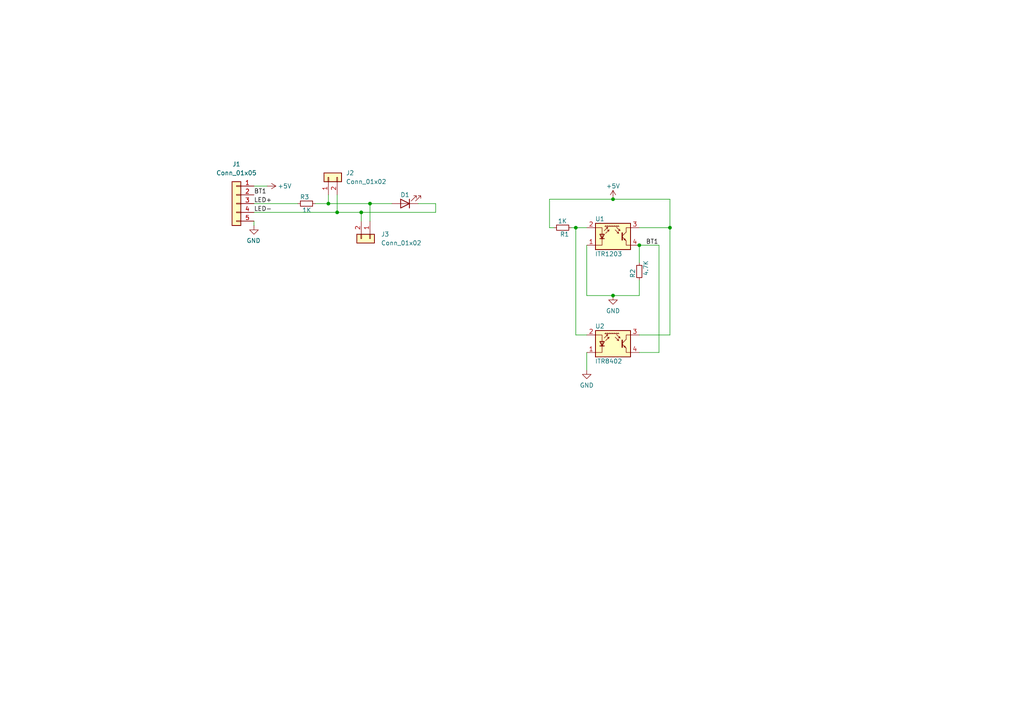
<source format=kicad_sch>
(kicad_sch (version 20211123) (generator eeschema)
  (paper "A4")
  (lib_symbols
    (symbol "Connector_Generic:Conn_01x02" (pin_names (offset 1.016) hide)
      (property "Reference" "J" (at 0 2.54 0))
      (property "Value" "Conn_01x02" (at 0 -5.08 0))
      (symbol "Conn_01x02_1_1"
        (rectangle (start -1.27 -2.413) (end 0 -2.667) (stroke (width 0.1524)))
        (rectangle (start -1.27 0.127) (end 0 -0.127) (stroke (width 0.1524)))
        (rectangle (start -1.27 1.27) (end 1.27 -3.81) (stroke (width 0.254)) (fill (type background)))
        (pin passive line (at -5.08 0 0) (length 3.81) (name "Pin_1") (number "1"))
        (pin passive line (at -5.08 -2.54 0) (length 3.81) (name "Pin_2") (number "2"))
      )
    )
    (symbol "Connector_Generic:Conn_01x05" (pin_names (offset 1.016) hide)
      (property "Reference" "J" (at 0 7.62 0))
      (property "Value" "Conn_01x05" (at 0 -7.62 0))
      (symbol "Conn_01x05_1_1"
        (rectangle (start -1.27 -4.953) (end 0 -5.207) (stroke (width 0.1524)))
        (rectangle (start -1.27 -2.413) (end 0 -2.667) (stroke (width 0.1524)))
        (rectangle (start -1.27 0.127) (end 0 -0.127) (stroke (width 0.1524)))
        (rectangle (start -1.27 2.667) (end 0 2.413) (stroke (width 0.1524)))
        (rectangle (start -1.27 5.207) (end 0 4.953) (stroke (width 0.1524)))
        (rectangle (start -1.27 6.35) (end 1.27 -6.35) (stroke (width 0.254)) (fill (type background)))
        (pin passive line (at -5.08 5.08 0) (length 3.81) (name "Pin_1") (number "1"))
        (pin passive line (at -5.08 2.54 0) (length 3.81) (name "Pin_2") (number "2"))
        (pin passive line (at -5.08 0 0) (length 3.81) (name "Pin_3") (number "3"))
        (pin passive line (at -5.08 -2.54 0) (length 3.81) (name "Pin_4") (number "4"))
        (pin passive line (at -5.08 -5.08 0) (length 3.81) (name "Pin_5") (number "5"))
      )
    )
    (symbol "Device:R_Small" (pin_numbers hide) (pin_names (offset 0.254) hide)
      (property "Reference" "R" (at 0.762 0.508 0))
      (property "Value" "R_Small" (at 0.762 -1.016 0))
      (symbol "R_Small_0_1"
        (rectangle (start -0.762 1.778) (end 0.762 -1.778) (stroke (width 0.2032)))
      )
      (symbol "R_Small_1_1"
        (pin passive line (at 0 2.54 270) (length 0.762) (name "~") (number "1"))
        (pin passive line (at 0 -2.54 90) (length 0.762) (name "~") (number "2"))
      )
    )
    (symbol "LED:IR26-21C_L110_TR8" (pin_numbers hide) (pin_names (offset 1.016) hide)
      (property "Reference" "D" (at 0 2.54 0))
      (property "Value" "IR26-21C_L110_TR8" (at 0 -3.81 0))
      (symbol "IR26-21C_L110_TR8_0_1"
        (polyline (pts (xy -1.27 -1.27) (xy -1.27 1.27)) (stroke (width 0.254)))
        (polyline (pts (xy -1.27 0) (xy 1.27 0)))
        (polyline (pts (xy 1.27 -1.27) (xy 1.27 1.27) (xy -1.27 0) (xy 1.27 -1.27)) (stroke (width 0.254)))
        (polyline (pts (xy -3.048 -0.762) (xy -4.572 -2.286) (xy -3.81 -2.286) (xy -4.572 -2.286) (xy -4.572 -1.524)))
        (polyline (pts (xy -1.778 -0.762) (xy -3.302 -2.286) (xy -2.54 -2.286) (xy -3.302 -2.286) (xy -3.302 -1.524)))
      )
      (symbol "IR26-21C_L110_TR8_1_1"
        (pin passive line (at -3.81 0 0) (length 2.54) (name "K") (number "1"))
        (pin passive line (at 3.81 0 180) (length 2.54) (name "A") (number "2"))
      )
    )
    (symbol "Sensor_Proximity:ITR1201SR10AR" (pin_names (offset 0.0254) hide)
      (property "Reference" "U" (at -3.81 5.08 0))
      (property "Value" "ITR1201SR10AR" (at 15.24 5.08 0))
      (symbol "ITR1201SR10AR_0_1"
        (polyline (pts (xy -3.81 -0.635) (xy -2.54 -0.635)) (stroke (width 0.254)))
        (polyline (pts (xy -2.286 2.921) (xy -2.032 3.175)))
        (polyline (pts (xy -1.778 2.921) (xy -1.524 3.175)))
        (polyline (pts (xy -1.524 2.667) (xy -1.651 2.159)))
        (polyline (pts (xy -1.27 2.921) (xy -1.016 3.175)))
        (polyline (pts (xy -1.143 1.905) (xy -1.27 1.397)))
        (polyline (pts (xy -0.762 2.921) (xy -0.508 3.175)))
        (polyline (pts (xy -0.254 2.921) (xy 0 3.175)))
        (polyline (pts (xy 0.254 2.921) (xy 0.508 3.175)))
        (polyline (pts (xy 0.762 2.921) (xy 1.016 3.175)))
        (polyline (pts (xy 1.27 2.921) (xy 1.524 3.175)))
        (polyline (pts (xy 1.651 0.889) (xy 1.143 1.016)))
        (polyline (pts (xy 1.778 2.921) (xy -2.413 2.921)))
        (polyline (pts (xy 2.032 1.651) (xy 1.524 1.778)))
        (polyline (pts (xy 2.667 -0.127) (xy 3.81 -1.27)))
        (polyline (pts (xy 2.667 0.127) (xy 3.81 1.27)))
        (polyline (pts (xy -2.54 1.651) (xy -1.524 2.667) (xy -2.032 2.54)))
        (polyline (pts (xy -2.159 0.889) (xy -1.143 1.905) (xy -1.651 1.778)))
        (polyline (pts (xy 0.635 1.905) (xy 1.651 0.889) (xy 1.524 1.397)))
        (polyline (pts (xy 1.016 2.667) (xy 2.032 1.651) (xy 1.905 2.159)))
        (polyline (pts (xy 2.667 1.016) (xy 2.667 -1.016) (xy 2.667 -1.016)) (stroke (width 0.3556)))
        (polyline (pts (xy 3.81 -1.27) (xy 3.81 -2.54) (xy 5.08 -2.54)))
        (polyline (pts (xy 3.81 1.27) (xy 3.81 2.54) (xy 5.08 2.54)))
        (polyline (pts (xy -5.08 -2.54) (xy -3.175 -2.54) (xy -3.175 2.54) (xy -5.08 2.54)))
        (polyline (pts (xy -3.175 -0.635) (xy -3.81 0.635) (xy -2.54 0.635) (xy -3.175 -0.635)) (stroke (width 0.254)))
        (polyline (pts (xy 3.683 -1.143) (xy 3.429 -0.635) (xy 3.175 -0.889) (xy 3.683 -1.143)))
        (polyline (pts (xy -5.08 -3.81) (xy 5.08 -3.81) (xy 5.08 3.81) (xy -5.08 3.81) (xy -5.08 -3.81)) (stroke (width 0.254)) (fill (type background)))
      )
      (symbol "ITR1201SR10AR_1_1"
        (pin passive line (at -7.62 -2.54 0) (length 2.54) (name "K") (number "1"))
        (pin passive line (at -7.62 2.54 0) (length 2.54) (name "A") (number "2"))
        (pin open_collector line (at 7.62 2.54 180) (length 2.54) (name "~") (number "3"))
        (pin open_emitter line (at 7.62 -2.54 180) (length 2.54) (name "~") (number "4"))
      )
    )
    (symbol "power:+5V" (power) (pin_names (offset 0))
      (property "Value" "+5V" (at 0 3.556 0))
      (symbol "+5V_0_1"
        (polyline (pts (xy -0.762 1.27) (xy 0 2.54)))
        (polyline (pts (xy 0 0) (xy 0 2.54)))
        (polyline (pts (xy 0 2.54) (xy 0.762 1.27)))
      )
      (symbol "+5V_1_1"
        (pin power_in line (at 0 0 90) (length 0) hide (name "+5V") (number "1"))
      )
    )
    (symbol "power:GND" (power) (pin_names (offset 0))
      (property "Value" "GND" (at 0 -3.81 0))
      (symbol "GND_0_1"
        (polyline (pts (xy 0 0) (xy 0 -1.27) (xy 1.27 -1.27) (xy 0 -2.54) (xy -1.27 -1.27) (xy 0 -1.27)))
      )
      (symbol "GND_1_1"
        (pin power_in line (at 0 0 270) (length 0) hide (name "GND") (number "1"))
      )
    )
  )
  (junction (at 97.79 61.595))
  (junction (at 104.775 61.595))
  (junction (at 177.8 57.785))
  (junction (at 167.005 66.04))
  (junction (at 177.8 85.725))
  (junction (at 194.31 66.04))
  (junction (at 95.25 59.055))
  (junction (at 185.42 71.12))
  (junction (at 107.315 59.055))
  (wire (pts (xy 177.8 85.725) (xy 185.42 85.725)))
  (wire (pts (xy 159.385 66.04) (xy 160.655 66.04)))
  (wire (pts (xy 194.31 97.155) (xy 185.42 97.155)))
  (wire (pts (xy 126.365 61.595) (xy 104.775 61.595)))
  (wire (pts (xy 165.735 66.04) (xy 167.005 66.04)))
  (wire (pts (xy 170.18 97.155) (xy 167.005 97.155)))
  (wire (pts (xy 73.66 65.405) (xy 73.66 64.135)))
  (wire (pts (xy 107.315 59.055) (xy 113.665 59.055)))
  (wire (pts (xy 126.365 59.055) (xy 126.365 61.595)))
  (wire (pts (xy 191.135 71.12) (xy 191.135 102.235)))
  (wire (pts (xy 77.47 53.975) (xy 73.66 53.975)))
  (wire (pts (xy 170.18 85.725) (xy 177.8 85.725)))
  (wire (pts (xy 191.135 102.235) (xy 185.42 102.235)))
  (wire (pts (xy 97.79 56.515) (xy 97.79 61.595)))
  (wire (pts (xy 185.42 66.04) (xy 194.31 66.04)))
  (wire (pts (xy 91.44 59.055) (xy 95.25 59.055)))
  (wire (pts (xy 167.005 66.04) (xy 170.18 66.04)))
  (wire (pts (xy 170.18 71.12) (xy 170.18 85.725)))
  (wire (pts (xy 121.285 59.055) (xy 126.365 59.055)))
  (wire (pts (xy 185.42 85.725) (xy 185.42 81.28)))
  (wire (pts (xy 104.775 61.595) (xy 97.79 61.595)))
  (wire (pts (xy 73.66 59.055) (xy 86.36 59.055)))
  (wire (pts (xy 167.005 97.155) (xy 167.005 66.04)))
  (wire (pts (xy 177.8 57.785) (xy 194.31 57.785)))
  (wire (pts (xy 185.42 71.12) (xy 191.135 71.12)))
  (wire (pts (xy 159.385 57.785) (xy 177.8 57.785)))
  (wire (pts (xy 194.31 57.785) (xy 194.31 66.04)))
  (wire (pts (xy 104.775 61.595) (xy 104.775 64.135)))
  (wire (pts (xy 95.25 59.055) (xy 107.315 59.055)))
  (wire (pts (xy 159.385 66.04) (xy 159.385 57.785)))
  (wire (pts (xy 97.79 61.595) (xy 73.66 61.595)))
  (wire (pts (xy 107.315 59.055) (xy 107.315 64.135)))
  (wire (pts (xy 170.18 102.235) (xy 170.18 107.315)))
  (wire (pts (xy 194.31 66.04) (xy 194.31 97.155)))
  (wire (pts (xy 185.42 76.2) (xy 185.42 71.12)))
  (wire (pts (xy 95.25 56.515) (xy 95.25 59.055)))
  (label "BT1" (at 187.325 71.12 0))
  (label "LED-" (at 73.66 61.595 0))
  (label "LED+" (at 73.66 59.055 0))
  (label "BT1" (at 73.66 56.515 0))
  (symbol (lib_id "power:+5V") (at 77.47 53.975 270) (unit 1)
    (property "Reference" "#PWR0102" (effects hide))
    (property "Value" "+5V" (at 82.55 53.975 90))
  )
  (symbol (lib_id "power:GND") (at 177.8 85.725 0) (mirror y) (unit 1)
    (property "Reference" "#PWR0105" (effects hide))
    (property "Value" "GND" (at 177.8 90.17 0))
  )
  (symbol (lib_id "Connector_Generic:Conn_01x02") (at 95.25 51.435 90) (unit 1)
    (property "Reference" "J2" (at 100.33 50.1649 90) (effects (justify right)))
    (property "Value" "Conn_01x02" (at 100.33 52.7049 90) (effects (justify right)))
    (property "Footprint" "opt100umq:SIDE_CONTACT_A" (effects hide))
  )
  (symbol (lib_id "power:+5V") (at 177.8 57.785 0) (unit 1)
    (property "Reference" "#PWR0103" (effects hide))
    (property "Value" "+5V" (at 177.8 53.975 0))
  )
  (symbol (lib_id "Device:R_Small") (at 163.195 66.04 90) (mirror x) (unit 1)
    (property "Reference" "R1" (at 165.1 67.945 90) (effects (justify left)))
    (property "Value" "1K" (at 164.465 64.135 90) (effects (justify left)))
    (property "Footprint" "Resistor_SMD:R_1206_3216Metric" (effects hide))
    (property "LCSC" "C22962" (effects hide))
  )
  (symbol (lib_id "Connector_Generic:Conn_01x05") (at 68.58 59.055 0) (mirror y) (unit 1)
    (property "Reference" "J1" (at 68.58 47.625 0))
    (property "Value" "Conn_01x05" (at 68.58 50.165 0))
    (property "Footprint" "opt100umq:ZHR-5" (effects hide))
  )
  (symbol (lib_id "Sensor_Proximity:ITR1201SR10AR") (at 177.8 99.695 0) (unit 1)
    (property "Reference" "U2" (at 173.99 94.615 0))
    (property "Value" "ITR8402" (at 176.53 104.775 0))
    (property "Footprint" "opt100umq:ITR8402" (effects hide))
    (property "Datasheet" "http://www.everlight.com/file/ProductFile/ITR1201SR10AR-TR.pdf" (effects hide))
  )
  (symbol (lib_id "power:GND") (at 73.66 65.405 0) (mirror y) (unit 1)
    (property "Reference" "#PWR0101" (effects hide))
    (property "Value" "GND" (at 73.533 69.7992 0))
  )
  (symbol (lib_id "Device:R_Small") (at 88.9 59.055 270) (mirror x) (unit 1)
    (property "Reference" "R3" (at 86.995 57.15 90) (effects (justify left)))
    (property "Value" "1K" (at 87.63 60.96 90) (effects (justify left)))
    (property "Footprint" "Resistor_SMD:R_1206_3216Metric" (effects hide))
    (property "LCSC" "C22962" (effects hide))
  )
  (symbol (lib_id "LED:IR26-21C_L110_TR8") (at 117.475 59.055 180) (unit 1)
    (property "Reference" "D1" (at 117.475 56.515 0))
    (property "Value" "IR26-21C_L110_TR8" (effects hide))
    (property "Footprint" "opt100umq:LED3528_SIDE" (effects hide))
    (property "Datasheet" "http://www.everlight.com/file/ProductFile/IR26-21C-L110-TR8.pdf" (effects hide))
  )
  (symbol (lib_id "Sensor_Proximity:ITR1201SR10AR") (at 177.8 68.58 0) (unit 1)
    (property "Reference" "U1" (at 173.99 63.5 0))
    (property "Value" "ITR1203" (at 176.53 73.66 0))
    (property "Footprint" "opt100umq:ITR1203" (effects hide))
    (property "Datasheet" "http://www.everlight.com/file/ProductFile/ITR1201SR10AR-TR.pdf" (effects hide))
  )
  (symbol (lib_id "Connector_Generic:Conn_01x02") (at 107.315 69.215 270) (unit 1)
    (property "Reference" "J3" (at 110.49 67.9449 90) (effects (justify left)))
    (property "Value" "Conn_01x02" (at 110.49 70.4849 90) (effects (justify left)))
    (property "Footprint" "opt100umq:SIDE_CONTACT_B" (effects hide))
  )
  (symbol (lib_id "Device:R_Small") (at 185.42 78.74 0) (mirror y) (unit 1)
    (property "Reference" "R2" (at 183.515 80.645 90) (effects (justify left)))
    (property "Value" "4.7K" (at 187.325 80.01 90) (effects (justify left)))
    (property "Footprint" "Resistor_SMD:R_1206_3216Metric" (effects hide))
    (property "LCSC" "C22962" (effects hide))
  )
  (symbol (lib_id "power:GND") (at 170.18 107.315 0) (mirror y) (unit 1)
    (property "Reference" "#PWR?" (effects hide))
    (property "Value" "GND" (at 170.18 111.76 0))
  )
)
</source>
